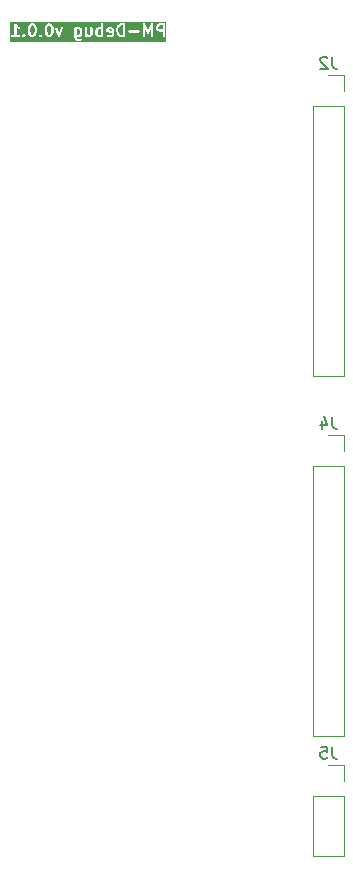
<source format=gbr>
%TF.GenerationSoftware,KiCad,Pcbnew,8.0.3-8.0.3-0~ubuntu22.04.1*%
%TF.CreationDate,2024-10-28T10:55:12+03:00*%
%TF.ProjectId,PM-Debug_v0.0.1,504d2d44-6562-4756-975f-76302e302e31,rev?*%
%TF.SameCoordinates,Original*%
%TF.FileFunction,Legend,Bot*%
%TF.FilePolarity,Positive*%
%FSLAX46Y46*%
G04 Gerber Fmt 4.6, Leading zero omitted, Abs format (unit mm)*
G04 Created by KiCad (PCBNEW 8.0.3-8.0.3-0~ubuntu22.04.1) date 2024-10-28 10:55:12*
%MOMM*%
%LPD*%
G01*
G04 APERTURE LIST*
%ADD10C,0.200000*%
%ADD11C,0.150000*%
%ADD12C,0.120000*%
%ADD13R,1.700000X1.700000*%
%ADD14O,1.700000X1.700000*%
G04 APERTURE END LIST*
D10*
G36*
X108468119Y-53252786D02*
G01*
X108493896Y-53277448D01*
X108524893Y-53337148D01*
X108526394Y-53575569D01*
X108497526Y-53635576D01*
X108472864Y-53661354D01*
X108413044Y-53692413D01*
X108269715Y-53693724D01*
X108247987Y-53683271D01*
X108246948Y-53234755D01*
X108265048Y-53225357D01*
X108408378Y-53224046D01*
X108468119Y-53252786D01*
G37*
G36*
X104563357Y-52919453D02*
G01*
X104589134Y-52944115D01*
X104624210Y-53011670D01*
X104667662Y-53179131D01*
X104669254Y-53392622D01*
X104628855Y-53560555D01*
X104592764Y-53635576D01*
X104568102Y-53661354D01*
X104507962Y-53692579D01*
X104459498Y-53693391D01*
X104400448Y-53664983D01*
X104374674Y-53640324D01*
X104339597Y-53572764D01*
X104296145Y-53405305D01*
X104294553Y-53191815D01*
X104334952Y-53023881D01*
X104371043Y-52948860D01*
X104395705Y-52923083D01*
X104455844Y-52891858D01*
X104504309Y-52891046D01*
X104563357Y-52919453D01*
G37*
G36*
X105991928Y-52919453D02*
G01*
X106017705Y-52944115D01*
X106052781Y-53011670D01*
X106096233Y-53179131D01*
X106097825Y-53392622D01*
X106057426Y-53560555D01*
X106021335Y-53635576D01*
X105996673Y-53661354D01*
X105936533Y-53692579D01*
X105888069Y-53693391D01*
X105829019Y-53664983D01*
X105803245Y-53640324D01*
X105768168Y-53572764D01*
X105724716Y-53405305D01*
X105723124Y-53191815D01*
X105763523Y-53023881D01*
X105799614Y-52948860D01*
X105824276Y-52923083D01*
X105884415Y-52891858D01*
X105932880Y-52891046D01*
X105991928Y-52919453D01*
G37*
G36*
X110287499Y-53234619D02*
G01*
X110288344Y-53682986D01*
X110270187Y-53692413D01*
X110126858Y-53693724D01*
X110067115Y-53664983D01*
X110041341Y-53640324D01*
X110010343Y-53580620D01*
X110008842Y-53342200D01*
X110037710Y-53282193D01*
X110062372Y-53256416D01*
X110122191Y-53225357D01*
X110265521Y-53224046D01*
X110287499Y-53234619D01*
G37*
G36*
X111169180Y-53246424D02*
G01*
X111191529Y-53289468D01*
X111191759Y-53337442D01*
X110918734Y-53283916D01*
X110936110Y-53247799D01*
X110979334Y-53225357D01*
X111122664Y-53224046D01*
X111169180Y-53246424D01*
G37*
G36*
X112145506Y-53692952D02*
G01*
X112026393Y-53693840D01*
X111918548Y-53659240D01*
X111851409Y-53593752D01*
X111815788Y-53525145D01*
X111772309Y-53357580D01*
X111770903Y-53238773D01*
X111811143Y-53071500D01*
X111847065Y-52996830D01*
X111914372Y-52927824D01*
X112017556Y-52892130D01*
X112143995Y-52891187D01*
X112145506Y-53692952D01*
G37*
G36*
X115525560Y-53216503D02*
G01*
X115270121Y-53217729D01*
X115209972Y-53188792D01*
X115184199Y-53164134D01*
X115153080Y-53104199D01*
X115151946Y-53008353D01*
X115180567Y-52948860D01*
X115205229Y-52923083D01*
X115264868Y-52892117D01*
X115524946Y-52890870D01*
X115525560Y-53216503D01*
G37*
G36*
X115835872Y-54336663D02*
G01*
X102558429Y-54336663D01*
X102558429Y-53772710D01*
X102669540Y-53772710D01*
X102669540Y-53811728D01*
X102684472Y-53847776D01*
X102712062Y-53875366D01*
X102748110Y-53890298D01*
X102767619Y-53892219D01*
X103358556Y-53890298D01*
X103394604Y-53875366D01*
X103422194Y-53847776D01*
X103437126Y-53811728D01*
X103437126Y-53772710D01*
X103422194Y-53736662D01*
X103410623Y-53725091D01*
X103621920Y-53725091D01*
X103621920Y-53764109D01*
X103627510Y-53777604D01*
X103636852Y-53800158D01*
X103636856Y-53800162D01*
X103649288Y-53815311D01*
X103712060Y-53875366D01*
X103718473Y-53878022D01*
X103748109Y-53890298D01*
X103787127Y-53890298D01*
X103823175Y-53875366D01*
X103838329Y-53862930D01*
X103898384Y-53800158D01*
X103905136Y-53783856D01*
X103913315Y-53764110D01*
X103913316Y-53725092D01*
X103898385Y-53689043D01*
X103885948Y-53673890D01*
X103823176Y-53613833D01*
X103802684Y-53605345D01*
X103798548Y-53603632D01*
X103787127Y-53598901D01*
X103748109Y-53598901D01*
X103737551Y-53603274D01*
X103712061Y-53613832D01*
X103712060Y-53613833D01*
X103696906Y-53626270D01*
X103636851Y-53689043D01*
X103627893Y-53710672D01*
X103621920Y-53725091D01*
X103410623Y-53725091D01*
X103394604Y-53709072D01*
X103358556Y-53694140D01*
X103339047Y-53692219D01*
X103153145Y-53692823D01*
X103151987Y-53078089D01*
X103174244Y-53099798D01*
X103182497Y-53109314D01*
X103186735Y-53111981D01*
X103188252Y-53113461D01*
X103190689Y-53114470D01*
X103199088Y-53119757D01*
X103312634Y-53174382D01*
X103351554Y-53177148D01*
X103363485Y-53173171D01*
X104096190Y-53173171D01*
X104097920Y-53405288D01*
X104096308Y-53416127D01*
X104098091Y-53428188D01*
X104098111Y-53430775D01*
X104098675Y-53432138D01*
X104099176Y-53435520D01*
X104146680Y-53618599D01*
X104147360Y-53628155D01*
X104152951Y-53642767D01*
X104153390Y-53644456D01*
X104153820Y-53645036D01*
X104154366Y-53646463D01*
X104203703Y-53741487D01*
X104208280Y-53752537D01*
X104211438Y-53756385D01*
X104212428Y-53758291D01*
X104214422Y-53760020D01*
X104220717Y-53767690D01*
X104270817Y-53815623D01*
X104277735Y-53823600D01*
X104281884Y-53826211D01*
X104283489Y-53827747D01*
X104285929Y-53828757D01*
X104294326Y-53834043D01*
X104377343Y-53873981D01*
X104378728Y-53875366D01*
X104389477Y-53879818D01*
X104407872Y-53888668D01*
X104411455Y-53888922D01*
X104414776Y-53890298D01*
X104434285Y-53892219D01*
X104515302Y-53890862D01*
X104517016Y-53891434D01*
X104528060Y-53890649D01*
X104549032Y-53890298D01*
X104552352Y-53888922D01*
X104555936Y-53888668D01*
X104574244Y-53881662D01*
X104669272Y-53832322D01*
X104680319Y-53827747D01*
X104684165Y-53824589D01*
X104686072Y-53823600D01*
X104687802Y-53821605D01*
X104695472Y-53815310D01*
X104743405Y-53765207D01*
X104751380Y-53758292D01*
X104753991Y-53754142D01*
X104755528Y-53752537D01*
X104756539Y-53750095D01*
X104761823Y-53741701D01*
X104769814Y-53725091D01*
X105050491Y-53725091D01*
X105050491Y-53764109D01*
X105056081Y-53777604D01*
X105065423Y-53800158D01*
X105065427Y-53800162D01*
X105077859Y-53815311D01*
X105140631Y-53875366D01*
X105147044Y-53878022D01*
X105176680Y-53890298D01*
X105215698Y-53890298D01*
X105251746Y-53875366D01*
X105266900Y-53862930D01*
X105326955Y-53800158D01*
X105333707Y-53783856D01*
X105341886Y-53764110D01*
X105341887Y-53725092D01*
X105326956Y-53689043D01*
X105314519Y-53673890D01*
X105251747Y-53613833D01*
X105231255Y-53605345D01*
X105227119Y-53603632D01*
X105215698Y-53598901D01*
X105176680Y-53598901D01*
X105166122Y-53603274D01*
X105140632Y-53613832D01*
X105140631Y-53613833D01*
X105125477Y-53626270D01*
X105065422Y-53689043D01*
X105056464Y-53710672D01*
X105050491Y-53725091D01*
X104769814Y-53725091D01*
X104805251Y-53651429D01*
X104810418Y-53644456D01*
X104815646Y-53629821D01*
X104816448Y-53628155D01*
X104816499Y-53627434D01*
X104817013Y-53625996D01*
X104861592Y-53440683D01*
X104865697Y-53430775D01*
X104866889Y-53418665D01*
X104867500Y-53416127D01*
X104867282Y-53414668D01*
X104867618Y-53411266D01*
X104865887Y-53179148D01*
X104866777Y-53173171D01*
X105524761Y-53173171D01*
X105526491Y-53405288D01*
X105524879Y-53416127D01*
X105526662Y-53428188D01*
X105526682Y-53430775D01*
X105527246Y-53432138D01*
X105527747Y-53435520D01*
X105575251Y-53618599D01*
X105575931Y-53628155D01*
X105581522Y-53642767D01*
X105581961Y-53644456D01*
X105582391Y-53645036D01*
X105582937Y-53646463D01*
X105632274Y-53741487D01*
X105636851Y-53752537D01*
X105640009Y-53756385D01*
X105640999Y-53758291D01*
X105642993Y-53760020D01*
X105649288Y-53767690D01*
X105699388Y-53815623D01*
X105706306Y-53823600D01*
X105710455Y-53826211D01*
X105712060Y-53827747D01*
X105714500Y-53828757D01*
X105722897Y-53834043D01*
X105805914Y-53873981D01*
X105807299Y-53875366D01*
X105818048Y-53879818D01*
X105836443Y-53888668D01*
X105840026Y-53888922D01*
X105843347Y-53890298D01*
X105862856Y-53892219D01*
X105943873Y-53890862D01*
X105945587Y-53891434D01*
X105956631Y-53890649D01*
X105977603Y-53890298D01*
X105980923Y-53888922D01*
X105984507Y-53888668D01*
X106002815Y-53881662D01*
X106097843Y-53832322D01*
X106108890Y-53827747D01*
X106112736Y-53824589D01*
X106114643Y-53823600D01*
X106116373Y-53821605D01*
X106124043Y-53815310D01*
X106171976Y-53765207D01*
X106179951Y-53758292D01*
X106182562Y-53754142D01*
X106184099Y-53752537D01*
X106185110Y-53750095D01*
X106190394Y-53741701D01*
X106233822Y-53651429D01*
X106238989Y-53644456D01*
X106244217Y-53629821D01*
X106245019Y-53628155D01*
X106245070Y-53627434D01*
X106245584Y-53625996D01*
X106290163Y-53440683D01*
X106294268Y-53430775D01*
X106295460Y-53418665D01*
X106296071Y-53416127D01*
X106295853Y-53414668D01*
X106296189Y-53411266D01*
X106294458Y-53179148D01*
X106296071Y-53168310D01*
X106294287Y-53156248D01*
X106294268Y-53153662D01*
X106293703Y-53152298D01*
X106293203Y-53148917D01*
X106290933Y-53140167D01*
X106430596Y-53140167D01*
X106435349Y-53159186D01*
X106670395Y-53811870D01*
X106670629Y-53816574D01*
X106676718Y-53829429D01*
X106681814Y-53843579D01*
X106685184Y-53847301D01*
X106687332Y-53851836D01*
X106698183Y-53861659D01*
X106708001Y-53872504D01*
X106712533Y-53874651D01*
X106716258Y-53878023D01*
X106730048Y-53882947D01*
X106743263Y-53889208D01*
X106748273Y-53889457D01*
X106753003Y-53891146D01*
X106767624Y-53890418D01*
X106782233Y-53891145D01*
X106786958Y-53889457D01*
X106791973Y-53889208D01*
X106805199Y-53882942D01*
X106818978Y-53878022D01*
X106822698Y-53874653D01*
X106827235Y-53872505D01*
X106837057Y-53861654D01*
X106847904Y-53851836D01*
X106850051Y-53847301D01*
X106853422Y-53843579D01*
X106861792Y-53825853D01*
X107104640Y-53140167D01*
X107103913Y-53125552D01*
X108048571Y-53125552D01*
X108050012Y-53747862D01*
X108049356Y-53757107D01*
X108050039Y-53759156D01*
X108050410Y-53919405D01*
X108049356Y-53922569D01*
X108050453Y-53938013D01*
X108050492Y-53954585D01*
X108051867Y-53957905D01*
X108052122Y-53961489D01*
X108059128Y-53979797D01*
X108108468Y-54074826D01*
X108113043Y-54085871D01*
X108116199Y-54089717D01*
X108117190Y-54091625D01*
X108119184Y-54093354D01*
X108125479Y-54101025D01*
X108175581Y-54148958D01*
X108182497Y-54156933D01*
X108186646Y-54159544D01*
X108188251Y-54161080D01*
X108190691Y-54162090D01*
X108199088Y-54167376D01*
X108282105Y-54207314D01*
X108283490Y-54208699D01*
X108294239Y-54213151D01*
X108312634Y-54222001D01*
X108316217Y-54222255D01*
X108319538Y-54223631D01*
X108339047Y-54225552D01*
X108467203Y-54224035D01*
X108469397Y-54224767D01*
X108482179Y-54223858D01*
X108501413Y-54223631D01*
X108504733Y-54222255D01*
X108508317Y-54222001D01*
X108526625Y-54214995D01*
X108638453Y-54156933D01*
X108664018Y-54127456D01*
X108676356Y-54090440D01*
X108673591Y-54051520D01*
X108656142Y-54016622D01*
X108626665Y-53991057D01*
X108589649Y-53978718D01*
X108550729Y-53981484D01*
X108532420Y-53988490D01*
X108460551Y-54025804D01*
X108364705Y-54026938D01*
X108305210Y-53998316D01*
X108279437Y-53973658D01*
X108248522Y-53914116D01*
X108248471Y-53892176D01*
X108419316Y-53890613D01*
X108421778Y-53891434D01*
X108435393Y-53890466D01*
X108453794Y-53890298D01*
X108457114Y-53888922D01*
X108460698Y-53888668D01*
X108479006Y-53881662D01*
X108574034Y-53832322D01*
X108585081Y-53827747D01*
X108588927Y-53824589D01*
X108590834Y-53823600D01*
X108592564Y-53821605D01*
X108600234Y-53815310D01*
X108648167Y-53765207D01*
X108656142Y-53758292D01*
X108658753Y-53754142D01*
X108660290Y-53752537D01*
X108661301Y-53750095D01*
X108666585Y-53741701D01*
X108706523Y-53658683D01*
X108707908Y-53657299D01*
X108712360Y-53646549D01*
X108721210Y-53628155D01*
X108721464Y-53624571D01*
X108722840Y-53621251D01*
X108724761Y-53601742D01*
X108723058Y-53331286D01*
X108723976Y-53328535D01*
X108722950Y-53314108D01*
X108722840Y-53296519D01*
X108721464Y-53293198D01*
X108721210Y-53289615D01*
X108714204Y-53271306D01*
X108664861Y-53176272D01*
X108660289Y-53165232D01*
X108657133Y-53161386D01*
X108656142Y-53159478D01*
X108654144Y-53157745D01*
X108647852Y-53150079D01*
X108622215Y-53125552D01*
X108953333Y-53125552D01*
X108955254Y-53811728D01*
X108970186Y-53847776D01*
X108997776Y-53875366D01*
X109033824Y-53890298D01*
X109072842Y-53890298D01*
X109108890Y-53875366D01*
X109119685Y-53864570D01*
X109139248Y-53873981D01*
X109140633Y-53875366D01*
X109151382Y-53879818D01*
X109169777Y-53888668D01*
X109173360Y-53888922D01*
X109176681Y-53890298D01*
X109196190Y-53892219D01*
X109324346Y-53890702D01*
X109326540Y-53891434D01*
X109339322Y-53890525D01*
X109358556Y-53890298D01*
X109361876Y-53888922D01*
X109365460Y-53888668D01*
X109383768Y-53881662D01*
X109474362Y-53834624D01*
X109483808Y-53831476D01*
X109488851Y-53827101D01*
X109495596Y-53823600D01*
X109503811Y-53814126D01*
X109513285Y-53805911D01*
X109519498Y-53796039D01*
X109521161Y-53794123D01*
X109521673Y-53792584D01*
X109523728Y-53789321D01*
X109563666Y-53706302D01*
X109565051Y-53704918D01*
X109569503Y-53694169D01*
X109578353Y-53675774D01*
X109578607Y-53672190D01*
X109579983Y-53668870D01*
X109581904Y-53649361D01*
X109580725Y-53316028D01*
X109810476Y-53316028D01*
X109812178Y-53586483D01*
X109811261Y-53589235D01*
X109812286Y-53603661D01*
X109812397Y-53621251D01*
X109813772Y-53624571D01*
X109814027Y-53628155D01*
X109821033Y-53646463D01*
X109870370Y-53741487D01*
X109874947Y-53752537D01*
X109878105Y-53756385D01*
X109879095Y-53758291D01*
X109881089Y-53760020D01*
X109887384Y-53767690D01*
X109937484Y-53815623D01*
X109944402Y-53823600D01*
X109948551Y-53826211D01*
X109950156Y-53827747D01*
X109952596Y-53828757D01*
X109960993Y-53834043D01*
X110044010Y-53873981D01*
X110045395Y-53875366D01*
X110056144Y-53879818D01*
X110074539Y-53888668D01*
X110078122Y-53888922D01*
X110081443Y-53890298D01*
X110100952Y-53892219D01*
X110276459Y-53890613D01*
X110278921Y-53891434D01*
X110292536Y-53890466D01*
X110310937Y-53890298D01*
X110314257Y-53888922D01*
X110317841Y-53888668D01*
X110336149Y-53881662D01*
X110340657Y-53879321D01*
X110367157Y-53890298D01*
X110406175Y-53890298D01*
X110442223Y-53875366D01*
X110469813Y-53847776D01*
X110484745Y-53811728D01*
X110486666Y-53792219D01*
X110485679Y-53268409D01*
X110715238Y-53268409D01*
X110716707Y-53356193D01*
X110715238Y-53363542D01*
X110716977Y-53372337D01*
X110717159Y-53383156D01*
X110720908Y-53392208D01*
X110722810Y-53401819D01*
X110728302Y-53410057D01*
X110732091Y-53419204D01*
X110739017Y-53426130D01*
X110744453Y-53434284D01*
X110752681Y-53439794D01*
X110759681Y-53446794D01*
X110768732Y-53450543D01*
X110776873Y-53455995D01*
X110795626Y-53461705D01*
X110795725Y-53461724D01*
X110795729Y-53461726D01*
X110795733Y-53461726D01*
X111192728Y-53539555D01*
X111193129Y-53623048D01*
X111170556Y-53669970D01*
X111127330Y-53692413D01*
X110984001Y-53693724D01*
X110889270Y-53648151D01*
X110850350Y-53645385D01*
X110813334Y-53657724D01*
X110783857Y-53683288D01*
X110766408Y-53718187D01*
X110763642Y-53757107D01*
X110775981Y-53794123D01*
X110801545Y-53823600D01*
X110818136Y-53834043D01*
X110901153Y-53873981D01*
X110902538Y-53875366D01*
X110913287Y-53879818D01*
X110931682Y-53888668D01*
X110935265Y-53888922D01*
X110938586Y-53890298D01*
X110958095Y-53892219D01*
X111133602Y-53890613D01*
X111136064Y-53891434D01*
X111149679Y-53890466D01*
X111168080Y-53890298D01*
X111171400Y-53888922D01*
X111174984Y-53888668D01*
X111193292Y-53881662D01*
X111283886Y-53834624D01*
X111293332Y-53831476D01*
X111298375Y-53827101D01*
X111305120Y-53823600D01*
X111313335Y-53814126D01*
X111322809Y-53805911D01*
X111329022Y-53796039D01*
X111330685Y-53794123D01*
X111331197Y-53792584D01*
X111333252Y-53789321D01*
X111373190Y-53706302D01*
X111374575Y-53704918D01*
X111379027Y-53694169D01*
X111387877Y-53675774D01*
X111388131Y-53672190D01*
X111389507Y-53668870D01*
X111391428Y-53649361D01*
X111390536Y-53463449D01*
X111391428Y-53458990D01*
X111390492Y-53454258D01*
X111389674Y-53283821D01*
X111390643Y-53280916D01*
X111389589Y-53266091D01*
X111389507Y-53248900D01*
X111388131Y-53245579D01*
X111387877Y-53241996D01*
X111380871Y-53223687D01*
X111379367Y-53220790D01*
X111572381Y-53220790D01*
X111574008Y-53358363D01*
X111572499Y-53368508D01*
X111574270Y-53380486D01*
X111574302Y-53383156D01*
X111574866Y-53384519D01*
X111575367Y-53387901D01*
X111622871Y-53570980D01*
X111623551Y-53580536D01*
X111629142Y-53595148D01*
X111629581Y-53596837D01*
X111630011Y-53597417D01*
X111630557Y-53598844D01*
X111679893Y-53693866D01*
X111684471Y-53704918D01*
X111687629Y-53708766D01*
X111688619Y-53710672D01*
X111690613Y-53712401D01*
X111696908Y-53720071D01*
X111782853Y-53803902D01*
X111783858Y-53805912D01*
X111793382Y-53814172D01*
X111807299Y-53827747D01*
X111810618Y-53829122D01*
X111813334Y-53831477D01*
X111831234Y-53839468D01*
X111974318Y-53885374D01*
X111986205Y-53890298D01*
X111991197Y-53890789D01*
X111993206Y-53891434D01*
X111995840Y-53891246D01*
X112005714Y-53892219D01*
X112263318Y-53890298D01*
X112299366Y-53875366D01*
X112326956Y-53847776D01*
X112341888Y-53811728D01*
X112343809Y-53792219D01*
X112343054Y-53391757D01*
X112621921Y-53391757D01*
X112621921Y-53430775D01*
X112636853Y-53466823D01*
X112664443Y-53494413D01*
X112700491Y-53509345D01*
X112720000Y-53511266D01*
X113501413Y-53509345D01*
X113537461Y-53494413D01*
X113565051Y-53466823D01*
X113579983Y-53430775D01*
X113579983Y-53391757D01*
X113565051Y-53355709D01*
X113537461Y-53328119D01*
X113501413Y-53313187D01*
X113481904Y-53311266D01*
X112700491Y-53313187D01*
X112664443Y-53328119D01*
X112636853Y-53355709D01*
X112621921Y-53391757D01*
X112343054Y-53391757D01*
X112341925Y-52792219D01*
X113858095Y-52792219D01*
X113860016Y-53811728D01*
X113874948Y-53847776D01*
X113902538Y-53875366D01*
X113938586Y-53890298D01*
X113977604Y-53890298D01*
X114013652Y-53875366D01*
X114041242Y-53847776D01*
X114056174Y-53811728D01*
X114058095Y-53792219D01*
X114057051Y-53238229D01*
X114200943Y-53544667D01*
X114205922Y-53558356D01*
X114208897Y-53561605D01*
X114210801Y-53565659D01*
X114222011Y-53575925D01*
X114232273Y-53587131D01*
X114236298Y-53589009D01*
X114239576Y-53592011D01*
X114253858Y-53597204D01*
X114267631Y-53603632D01*
X114272070Y-53603827D01*
X114276245Y-53605345D01*
X114291428Y-53604677D01*
X114306611Y-53605345D01*
X114310784Y-53603827D01*
X114315226Y-53603632D01*
X114329010Y-53597199D01*
X114343280Y-53592010D01*
X114346553Y-53589012D01*
X114350583Y-53587132D01*
X114360852Y-53575917D01*
X114372055Y-53565659D01*
X114375366Y-53560068D01*
X114376935Y-53558356D01*
X114377815Y-53555934D01*
X114382046Y-53548793D01*
X114525603Y-53239251D01*
X114526682Y-53811728D01*
X114541614Y-53847776D01*
X114569204Y-53875366D01*
X114605252Y-53890298D01*
X114644270Y-53890298D01*
X114680318Y-53875366D01*
X114707908Y-53847776D01*
X114722840Y-53811728D01*
X114724761Y-53792219D01*
X114723236Y-52982695D01*
X114953333Y-52982695D01*
X114954849Y-53110851D01*
X114954118Y-53113045D01*
X114955026Y-53125827D01*
X114955254Y-53145061D01*
X114956629Y-53148381D01*
X114956884Y-53151965D01*
X114963890Y-53170273D01*
X115013230Y-53265302D01*
X115017805Y-53276347D01*
X115020961Y-53280193D01*
X115021952Y-53282101D01*
X115023946Y-53283830D01*
X115030241Y-53291501D01*
X115080343Y-53339434D01*
X115087259Y-53347409D01*
X115091408Y-53350020D01*
X115093013Y-53351556D01*
X115095453Y-53352566D01*
X115103850Y-53357852D01*
X115186867Y-53397790D01*
X115188252Y-53399175D01*
X115199001Y-53403627D01*
X115217396Y-53412477D01*
X115220979Y-53412731D01*
X115224300Y-53414107D01*
X115243809Y-53416028D01*
X115525933Y-53414674D01*
X115526682Y-53811728D01*
X115541614Y-53847776D01*
X115569204Y-53875366D01*
X115605252Y-53890298D01*
X115644270Y-53890298D01*
X115680318Y-53875366D01*
X115707908Y-53847776D01*
X115722840Y-53811728D01*
X115724761Y-53792219D01*
X115722840Y-52772710D01*
X115707908Y-52736662D01*
X115680318Y-52709072D01*
X115644270Y-52694140D01*
X115624761Y-52692219D01*
X115259221Y-52693972D01*
X115256316Y-52693004D01*
X115241491Y-52694057D01*
X115224300Y-52694140D01*
X115220979Y-52695515D01*
X115217396Y-52695770D01*
X115199087Y-52702776D01*
X115104053Y-52752118D01*
X115093013Y-52756691D01*
X115089167Y-52759846D01*
X115087259Y-52760838D01*
X115085526Y-52762835D01*
X115077860Y-52769128D01*
X115029928Y-52819228D01*
X115021952Y-52826146D01*
X115019339Y-52830295D01*
X115017805Y-52831900D01*
X115016794Y-52834339D01*
X115011509Y-52842736D01*
X114971570Y-52925753D01*
X114970186Y-52927138D01*
X114965733Y-52937887D01*
X114956884Y-52956282D01*
X114956629Y-52959865D01*
X114955254Y-52963186D01*
X114953333Y-52982695D01*
X114723236Y-52982695D01*
X114722879Y-52793484D01*
X114723602Y-52777036D01*
X114722844Y-52774952D01*
X114722840Y-52772710D01*
X114716199Y-52756679D01*
X114710268Y-52740367D01*
X114708761Y-52738721D01*
X114707908Y-52736662D01*
X114695646Y-52724400D01*
X114683916Y-52711591D01*
X114681892Y-52710646D01*
X114680318Y-52709072D01*
X114664302Y-52702437D01*
X114648559Y-52695091D01*
X114646329Y-52694993D01*
X114644270Y-52694140D01*
X114626918Y-52694140D01*
X114609578Y-52693378D01*
X114607482Y-52694140D01*
X114605252Y-52694140D01*
X114589221Y-52700780D01*
X114572909Y-52706712D01*
X114571263Y-52708218D01*
X114569204Y-52709072D01*
X114556936Y-52721339D01*
X114544134Y-52733064D01*
X114542567Y-52735708D01*
X114541614Y-52736662D01*
X114540710Y-52738843D01*
X114534143Y-52749930D01*
X114291904Y-53272249D01*
X114047458Y-52751669D01*
X114041242Y-52736662D01*
X114039676Y-52735096D01*
X114038722Y-52733064D01*
X114025925Y-52721345D01*
X114013652Y-52709072D01*
X114011590Y-52708218D01*
X114009947Y-52706713D01*
X113993645Y-52700784D01*
X113977604Y-52694140D01*
X113975373Y-52694140D01*
X113973278Y-52693378D01*
X113955938Y-52694140D01*
X113938586Y-52694140D01*
X113936526Y-52694993D01*
X113934298Y-52695091D01*
X113918567Y-52702432D01*
X113902538Y-52709072D01*
X113900961Y-52710648D01*
X113898940Y-52711592D01*
X113887221Y-52724388D01*
X113874948Y-52736662D01*
X113874094Y-52738723D01*
X113872589Y-52740367D01*
X113866660Y-52756668D01*
X113860016Y-52772710D01*
X113859714Y-52775768D01*
X113859254Y-52777036D01*
X113859357Y-52779395D01*
X113858095Y-52792219D01*
X112341925Y-52792219D01*
X112341888Y-52772710D01*
X112326956Y-52736662D01*
X112299366Y-52709072D01*
X112263318Y-52694140D01*
X112243809Y-52692219D01*
X112007007Y-52693984D01*
X111993206Y-52693004D01*
X111988278Y-52694124D01*
X111986205Y-52694140D01*
X111983763Y-52695151D01*
X111974091Y-52697351D01*
X111845717Y-52741759D01*
X111843348Y-52741759D01*
X111831351Y-52746728D01*
X111813334Y-52752961D01*
X111810618Y-52755316D01*
X111807300Y-52756691D01*
X111792146Y-52769127D01*
X111698129Y-52865516D01*
X111688619Y-52873765D01*
X111685952Y-52878001D01*
X111684472Y-52879519D01*
X111683461Y-52881958D01*
X111678176Y-52890355D01*
X111634747Y-52980626D01*
X111629581Y-52987600D01*
X111624353Y-53002232D01*
X111623551Y-53003901D01*
X111623499Y-53004623D01*
X111622986Y-53006061D01*
X111578406Y-53191371D01*
X111574302Y-53201281D01*
X111573109Y-53213390D01*
X111572499Y-53215929D01*
X111572716Y-53217387D01*
X111572381Y-53220790D01*
X111379367Y-53220790D01*
X111333831Y-53133089D01*
X111330685Y-53123648D01*
X111326312Y-53118605D01*
X111322809Y-53111859D01*
X111313333Y-53103641D01*
X111305120Y-53094171D01*
X111295248Y-53087957D01*
X111293332Y-53086295D01*
X111291793Y-53085781D01*
X111288530Y-53083728D01*
X111205512Y-53043789D01*
X111204128Y-53042405D01*
X111193378Y-53037952D01*
X111174984Y-53029103D01*
X111171400Y-53028848D01*
X111168080Y-53027473D01*
X111148571Y-53025552D01*
X110973063Y-53027157D01*
X110970602Y-53026337D01*
X110956986Y-53027304D01*
X110938586Y-53027473D01*
X110935265Y-53028848D01*
X110931682Y-53029103D01*
X110913373Y-53036109D01*
X110822775Y-53083148D01*
X110813334Y-53086295D01*
X110808291Y-53090667D01*
X110801545Y-53094171D01*
X110793327Y-53103646D01*
X110783857Y-53111860D01*
X110777643Y-53121731D01*
X110775981Y-53123648D01*
X110775467Y-53125186D01*
X110773414Y-53128450D01*
X110733475Y-53211467D01*
X110732091Y-53212852D01*
X110727638Y-53223601D01*
X110718789Y-53241996D01*
X110718534Y-53245579D01*
X110717159Y-53248900D01*
X110715238Y-53268409D01*
X110485679Y-53268409D01*
X110485486Y-53166203D01*
X110485880Y-53160664D01*
X110485473Y-53159445D01*
X110484745Y-52772710D01*
X110469813Y-52736662D01*
X110442223Y-52709072D01*
X110406175Y-52694140D01*
X110367157Y-52694140D01*
X110331109Y-52709072D01*
X110303519Y-52736662D01*
X110288587Y-52772710D01*
X110286666Y-52792219D01*
X110287105Y-53025591D01*
X110115920Y-53027157D01*
X110113459Y-53026337D01*
X110099843Y-53027304D01*
X110081443Y-53027473D01*
X110078122Y-53028848D01*
X110074539Y-53029103D01*
X110056230Y-53036109D01*
X109961196Y-53085451D01*
X109950156Y-53090024D01*
X109946310Y-53093179D01*
X109944402Y-53094171D01*
X109942669Y-53096168D01*
X109935003Y-53102461D01*
X109887071Y-53152561D01*
X109879095Y-53159479D01*
X109876482Y-53163628D01*
X109874948Y-53165233D01*
X109873937Y-53167672D01*
X109868652Y-53176069D01*
X109828713Y-53259086D01*
X109827329Y-53260471D01*
X109822877Y-53271219D01*
X109814027Y-53289615D01*
X109813772Y-53293198D01*
X109812397Y-53296519D01*
X109810476Y-53316028D01*
X109580725Y-53316028D01*
X109579983Y-53106043D01*
X109565051Y-53069995D01*
X109537461Y-53042405D01*
X109501413Y-53027473D01*
X109462395Y-53027473D01*
X109426347Y-53042405D01*
X109398757Y-53069995D01*
X109383825Y-53106043D01*
X109381904Y-53125552D01*
X109383662Y-53622929D01*
X109361032Y-53669970D01*
X109317694Y-53692471D01*
X109221848Y-53693605D01*
X109162353Y-53664983D01*
X109152951Y-53655987D01*
X109151412Y-53106043D01*
X109136480Y-53069995D01*
X109108890Y-53042405D01*
X109072842Y-53027473D01*
X109033824Y-53027473D01*
X108997776Y-53042405D01*
X108970186Y-53069995D01*
X108955254Y-53106043D01*
X108953333Y-53125552D01*
X108622215Y-53125552D01*
X108597751Y-53102147D01*
X108590834Y-53094171D01*
X108586684Y-53091558D01*
X108585080Y-53090024D01*
X108582640Y-53089013D01*
X108574244Y-53083728D01*
X108491226Y-53043789D01*
X108489842Y-53042405D01*
X108479092Y-53037952D01*
X108460698Y-53029103D01*
X108457114Y-53028848D01*
X108453794Y-53027473D01*
X108434285Y-53025552D01*
X108258777Y-53027157D01*
X108256316Y-53026337D01*
X108242700Y-53027304D01*
X108224300Y-53027473D01*
X108220979Y-53028848D01*
X108217396Y-53029103D01*
X108199087Y-53036109D01*
X108194579Y-53038449D01*
X108168080Y-53027473D01*
X108129062Y-53027473D01*
X108093014Y-53042405D01*
X108065424Y-53069995D01*
X108050492Y-53106043D01*
X108048571Y-53125552D01*
X107103913Y-53125552D01*
X107102702Y-53101197D01*
X107085999Y-53065935D01*
X107057073Y-53039749D01*
X107020328Y-53026626D01*
X106981358Y-53028563D01*
X106946096Y-53045267D01*
X106919909Y-53074192D01*
X106911539Y-53091919D01*
X106767832Y-53497675D01*
X106615327Y-53074192D01*
X106589140Y-53045266D01*
X106553878Y-53028563D01*
X106514908Y-53026625D01*
X106478163Y-53039748D01*
X106449237Y-53065935D01*
X106432534Y-53101197D01*
X106430596Y-53140167D01*
X106290933Y-53140167D01*
X106245698Y-52965837D01*
X106245019Y-52956282D01*
X106239426Y-52941666D01*
X106238989Y-52939981D01*
X106238559Y-52939401D01*
X106238013Y-52937973D01*
X106188670Y-52842939D01*
X106184098Y-52831899D01*
X106180942Y-52828053D01*
X106179951Y-52826145D01*
X106177953Y-52824412D01*
X106171661Y-52816746D01*
X106121560Y-52768814D01*
X106114643Y-52760838D01*
X106110493Y-52758225D01*
X106108889Y-52756691D01*
X106106449Y-52755680D01*
X106098053Y-52750395D01*
X106015035Y-52710456D01*
X106013651Y-52709072D01*
X106002901Y-52704619D01*
X105984507Y-52695770D01*
X105980923Y-52695515D01*
X105977603Y-52694140D01*
X105958094Y-52692219D01*
X105877076Y-52693575D01*
X105875363Y-52693004D01*
X105864318Y-52693788D01*
X105843347Y-52694140D01*
X105840026Y-52695515D01*
X105836443Y-52695770D01*
X105818134Y-52702776D01*
X105723100Y-52752118D01*
X105712060Y-52756691D01*
X105708214Y-52759846D01*
X105706306Y-52760838D01*
X105704573Y-52762835D01*
X105696907Y-52769128D01*
X105648975Y-52819228D01*
X105640999Y-52826146D01*
X105638386Y-52830295D01*
X105636852Y-52831900D01*
X105635841Y-52834339D01*
X105630556Y-52842736D01*
X105587127Y-52933007D01*
X105581961Y-52939981D01*
X105576733Y-52954613D01*
X105575931Y-52956282D01*
X105575879Y-52957004D01*
X105575366Y-52958442D01*
X105530786Y-53143752D01*
X105526682Y-53153662D01*
X105525489Y-53165771D01*
X105524879Y-53168310D01*
X105525096Y-53169768D01*
X105524761Y-53173171D01*
X104866777Y-53173171D01*
X104867500Y-53168310D01*
X104865716Y-53156248D01*
X104865697Y-53153662D01*
X104865132Y-53152298D01*
X104864632Y-53148917D01*
X104817127Y-52965837D01*
X104816448Y-52956282D01*
X104810855Y-52941666D01*
X104810418Y-52939981D01*
X104809988Y-52939401D01*
X104809442Y-52937973D01*
X104760099Y-52842939D01*
X104755527Y-52831899D01*
X104752371Y-52828053D01*
X104751380Y-52826145D01*
X104749382Y-52824412D01*
X104743090Y-52816746D01*
X104692989Y-52768814D01*
X104686072Y-52760838D01*
X104681922Y-52758225D01*
X104680318Y-52756691D01*
X104677878Y-52755680D01*
X104669482Y-52750395D01*
X104586464Y-52710456D01*
X104585080Y-52709072D01*
X104574330Y-52704619D01*
X104555936Y-52695770D01*
X104552352Y-52695515D01*
X104549032Y-52694140D01*
X104529523Y-52692219D01*
X104448505Y-52693575D01*
X104446792Y-52693004D01*
X104435747Y-52693788D01*
X104414776Y-52694140D01*
X104411455Y-52695515D01*
X104407872Y-52695770D01*
X104389563Y-52702776D01*
X104294529Y-52752118D01*
X104283489Y-52756691D01*
X104279643Y-52759846D01*
X104277735Y-52760838D01*
X104276002Y-52762835D01*
X104268336Y-52769128D01*
X104220404Y-52819228D01*
X104212428Y-52826146D01*
X104209815Y-52830295D01*
X104208281Y-52831900D01*
X104207270Y-52834339D01*
X104201985Y-52842736D01*
X104158556Y-52933007D01*
X104153390Y-52939981D01*
X104148162Y-52954613D01*
X104147360Y-52956282D01*
X104147308Y-52957004D01*
X104146795Y-52958442D01*
X104102215Y-53143752D01*
X104098111Y-53153662D01*
X104096918Y-53165771D01*
X104096308Y-53168310D01*
X104096525Y-53169768D01*
X104096190Y-53173171D01*
X103363485Y-53173171D01*
X103388570Y-53164809D01*
X103418047Y-53139244D01*
X103435496Y-53104346D01*
X103438261Y-53065426D01*
X103425923Y-53028410D01*
X103400358Y-52998933D01*
X103383768Y-52988490D01*
X103305563Y-52950867D01*
X103230334Y-52877490D01*
X103139719Y-52744482D01*
X103136480Y-52736662D01*
X103129927Y-52730109D01*
X103124118Y-52721582D01*
X103115889Y-52716071D01*
X103108890Y-52709072D01*
X103099838Y-52705322D01*
X103091698Y-52699871D01*
X103081990Y-52697929D01*
X103072842Y-52694140D01*
X103063043Y-52694140D01*
X103053438Y-52692219D01*
X103043727Y-52694140D01*
X103033824Y-52694140D01*
X103024771Y-52697889D01*
X103015161Y-52699791D01*
X103006922Y-52705283D01*
X102997776Y-52709072D01*
X102990849Y-52715998D01*
X102982696Y-52721434D01*
X102977185Y-52729662D01*
X102970186Y-52736662D01*
X102966436Y-52745713D01*
X102960985Y-52753854D01*
X102959043Y-52763561D01*
X102955254Y-52772710D01*
X102953353Y-52792012D01*
X102953333Y-52792114D01*
X102953339Y-52792148D01*
X102953333Y-52792219D01*
X102955031Y-53693467D01*
X102748110Y-53694140D01*
X102712062Y-53709072D01*
X102684472Y-53736662D01*
X102669540Y-53772710D01*
X102558429Y-53772710D01*
X102558429Y-52581108D01*
X115835872Y-52581108D01*
X115835872Y-54336663D01*
G37*
D11*
X129873333Y-55544819D02*
X129873333Y-56259104D01*
X129873333Y-56259104D02*
X129920952Y-56401961D01*
X129920952Y-56401961D02*
X130016190Y-56497200D01*
X130016190Y-56497200D02*
X130159047Y-56544819D01*
X130159047Y-56544819D02*
X130254285Y-56544819D01*
X129444761Y-55640057D02*
X129397142Y-55592438D01*
X129397142Y-55592438D02*
X129301904Y-55544819D01*
X129301904Y-55544819D02*
X129063809Y-55544819D01*
X129063809Y-55544819D02*
X128968571Y-55592438D01*
X128968571Y-55592438D02*
X128920952Y-55640057D01*
X128920952Y-55640057D02*
X128873333Y-55735295D01*
X128873333Y-55735295D02*
X128873333Y-55830533D01*
X128873333Y-55830533D02*
X128920952Y-55973390D01*
X128920952Y-55973390D02*
X129492380Y-56544819D01*
X129492380Y-56544819D02*
X128873333Y-56544819D01*
X129873333Y-86024819D02*
X129873333Y-86739104D01*
X129873333Y-86739104D02*
X129920952Y-86881961D01*
X129920952Y-86881961D02*
X130016190Y-86977200D01*
X130016190Y-86977200D02*
X130159047Y-87024819D01*
X130159047Y-87024819D02*
X130254285Y-87024819D01*
X128968571Y-86358152D02*
X128968571Y-87024819D01*
X129206666Y-85977200D02*
X129444761Y-86691485D01*
X129444761Y-86691485D02*
X128825714Y-86691485D01*
X129873333Y-113964819D02*
X129873333Y-114679104D01*
X129873333Y-114679104D02*
X129920952Y-114821961D01*
X129920952Y-114821961D02*
X130016190Y-114917200D01*
X130016190Y-114917200D02*
X130159047Y-114964819D01*
X130159047Y-114964819D02*
X130254285Y-114964819D01*
X128920952Y-113964819D02*
X129397142Y-113964819D01*
X129397142Y-113964819D02*
X129444761Y-114441009D01*
X129444761Y-114441009D02*
X129397142Y-114393390D01*
X129397142Y-114393390D02*
X129301904Y-114345771D01*
X129301904Y-114345771D02*
X129063809Y-114345771D01*
X129063809Y-114345771D02*
X128968571Y-114393390D01*
X128968571Y-114393390D02*
X128920952Y-114441009D01*
X128920952Y-114441009D02*
X128873333Y-114536247D01*
X128873333Y-114536247D02*
X128873333Y-114774342D01*
X128873333Y-114774342D02*
X128920952Y-114869580D01*
X128920952Y-114869580D02*
X128968571Y-114917200D01*
X128968571Y-114917200D02*
X129063809Y-114964819D01*
X129063809Y-114964819D02*
X129301904Y-114964819D01*
X129301904Y-114964819D02*
X129397142Y-114917200D01*
X129397142Y-114917200D02*
X129444761Y-114869580D01*
D12*
%TO.C,J2*%
X128210000Y-59690000D02*
X130870000Y-59690000D01*
X128210000Y-82610000D02*
X128210000Y-59690000D01*
X128210000Y-82610000D02*
X130870000Y-82610000D01*
X129540000Y-57090000D02*
X130870000Y-57090000D01*
X130870000Y-57090000D02*
X130870000Y-58420000D01*
X130870000Y-82610000D02*
X130870000Y-59690000D01*
%TO.C,J4*%
X128210000Y-90170000D02*
X130870000Y-90170000D01*
X128210000Y-113090000D02*
X128210000Y-90170000D01*
X128210000Y-113090000D02*
X130870000Y-113090000D01*
X129540000Y-87570000D02*
X130870000Y-87570000D01*
X130870000Y-87570000D02*
X130870000Y-88900000D01*
X130870000Y-113090000D02*
X130870000Y-90170000D01*
%TO.C,J5*%
X128210000Y-118110000D02*
X130870000Y-118110000D01*
X128210000Y-123250000D02*
X128210000Y-118110000D01*
X128210000Y-123250000D02*
X130870000Y-123250000D01*
X129540000Y-115510000D02*
X130870000Y-115510000D01*
X130870000Y-115510000D02*
X130870000Y-116840000D01*
X130870000Y-123250000D02*
X130870000Y-118110000D01*
%TD*%
%LPC*%
D13*
%TO.C,J2*%
X129540000Y-58420000D03*
D14*
X129540000Y-60960000D03*
X129540000Y-63500000D03*
X129540000Y-66040000D03*
X129540000Y-68580000D03*
X129540000Y-71120000D03*
X129540000Y-73660000D03*
X129540000Y-76200000D03*
X129540000Y-78740000D03*
X129540000Y-81280000D03*
%TD*%
D13*
%TO.C,J4*%
X129540000Y-88900000D03*
D14*
X129540000Y-91440000D03*
X129540000Y-93980000D03*
X129540000Y-96520000D03*
X129540000Y-99060000D03*
X129540000Y-101600000D03*
X129540000Y-104140000D03*
X129540000Y-106680000D03*
X129540000Y-109220000D03*
X129540000Y-111760000D03*
%TD*%
D13*
%TO.C,J5*%
X129540000Y-116840000D03*
D14*
X129540000Y-119380000D03*
X129540000Y-121920000D03*
%TD*%
%LPD*%
M02*

</source>
